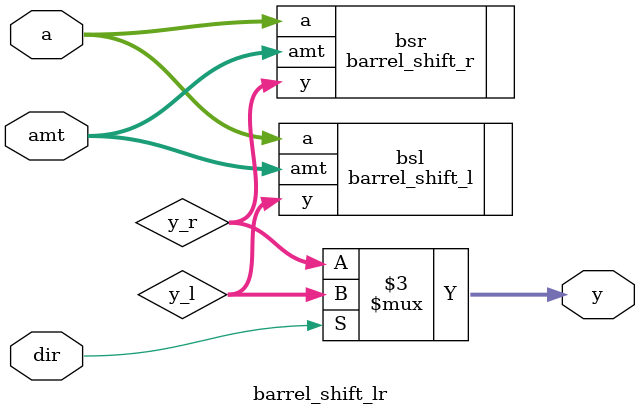
<source format=sv>
`timescale 1ns / 1ps

module barrel_shift_lr(
    input logic [7:0] a,
    input logic dir,
    input logic [2:0] amt,
    output logic [7:0] y
    );
    
    logic [7:0] y_l;
    logic [7:0] y_r;
    
    barrel_shift_l bsl(.a(a), .amt(amt), .y(y_l));
    barrel_shift_r bsr(.a(a), .amt(amt), .y(y_r));
    
    always_comb
        if (dir)
            y = y_l;
        else
            y = y_r;
endmodule

</source>
